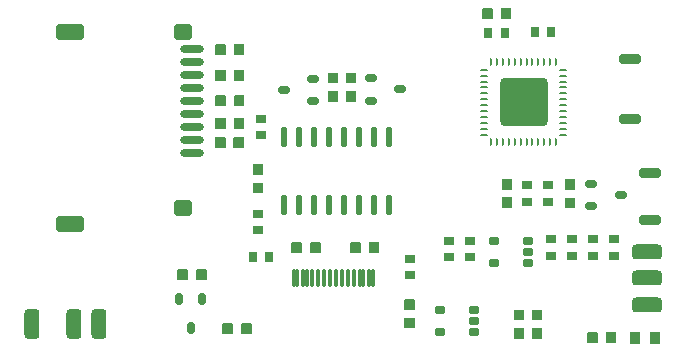
<source format=gtp>
G04*
G04 #@! TF.GenerationSoftware,Altium Limited,Altium Designer,21.9.2 (33)*
G04*
G04 Layer_Color=8421504*
%FSLAX25Y25*%
%MOIN*%
G70*
G04*
G04 #@! TF.SameCoordinates,F625CF21-14F9-4619-B10E-FD0BC141F2AC*
G04*
G04*
G04 #@! TF.FilePolarity,Positive*
G04*
G01*
G75*
G04:AMPARAMS|DCode=18|XSize=100mil|YSize=50mil|CornerRadius=12.5mil|HoleSize=0mil|Usage=FLASHONLY|Rotation=90.000|XOffset=0mil|YOffset=0mil|HoleType=Round|Shape=RoundedRectangle|*
%AMROUNDEDRECTD18*
21,1,0.10000,0.02500,0,0,90.0*
21,1,0.07500,0.05000,0,0,90.0*
1,1,0.02500,0.01250,0.03750*
1,1,0.02500,0.01250,-0.03750*
1,1,0.02500,-0.01250,-0.03750*
1,1,0.02500,-0.01250,0.03750*
%
%ADD18ROUNDEDRECTD18*%
%ADD19O,0.02205X0.06870*%
%ADD20R,0.03402X0.03175*%
G04:AMPARAMS|DCode=21|XSize=26.57mil|YSize=9.84mil|CornerRadius=2.46mil|HoleSize=0mil|Usage=FLASHONLY|Rotation=0.000|XOffset=0mil|YOffset=0mil|HoleType=Round|Shape=RoundedRectangle|*
%AMROUNDEDRECTD21*
21,1,0.02657,0.00492,0,0,0.0*
21,1,0.02165,0.00984,0,0,0.0*
1,1,0.00492,0.01083,-0.00246*
1,1,0.00492,-0.01083,-0.00246*
1,1,0.00492,-0.01083,0.00246*
1,1,0.00492,0.01083,0.00246*
%
%ADD21ROUNDEDRECTD21*%
G04:AMPARAMS|DCode=22|XSize=26.57mil|YSize=9.84mil|CornerRadius=2.46mil|HoleSize=0mil|Usage=FLASHONLY|Rotation=270.000|XOffset=0mil|YOffset=0mil|HoleType=Round|Shape=RoundedRectangle|*
%AMROUNDEDRECTD22*
21,1,0.02657,0.00492,0,0,270.0*
21,1,0.02165,0.00984,0,0,270.0*
1,1,0.00492,-0.00246,-0.01083*
1,1,0.00492,-0.00246,0.01083*
1,1,0.00492,0.00246,0.01083*
1,1,0.00492,0.00246,-0.01083*
%
%ADD22ROUNDEDRECTD22*%
G04:AMPARAMS|DCode=23|XSize=160mil|YSize=160mil|CornerRadius=16mil|HoleSize=0mil|Usage=FLASHONLY|Rotation=270.000|XOffset=0mil|YOffset=0mil|HoleType=Round|Shape=RoundedRectangle|*
%AMROUNDEDRECTD23*
21,1,0.16000,0.12800,0,0,270.0*
21,1,0.12800,0.16000,0,0,270.0*
1,1,0.03200,-0.06400,-0.06400*
1,1,0.03200,-0.06400,0.06400*
1,1,0.03200,0.06400,0.06400*
1,1,0.03200,0.06400,-0.06400*
%
%ADD23ROUNDEDRECTD23*%
G04:AMPARAMS|DCode=24|XSize=23.62mil|YSize=35mil|CornerRadius=5.91mil|HoleSize=0mil|Usage=FLASHONLY|Rotation=270.000|XOffset=0mil|YOffset=0mil|HoleType=Round|Shape=RoundedRectangle|*
%AMROUNDEDRECTD24*
21,1,0.02362,0.02319,0,0,270.0*
21,1,0.01181,0.03500,0,0,270.0*
1,1,0.01181,-0.01159,-0.00591*
1,1,0.01181,-0.01159,0.00591*
1,1,0.01181,0.01159,0.00591*
1,1,0.01181,0.01159,-0.00591*
%
%ADD24ROUNDEDRECTD24*%
%ADD25R,0.03175X0.03402*%
G04:AMPARAMS|DCode=26|XSize=23.62mil|YSize=39.37mil|CornerRadius=5.91mil|HoleSize=0mil|Usage=FLASHONLY|Rotation=0.000|XOffset=0mil|YOffset=0mil|HoleType=Round|Shape=RoundedRectangle|*
%AMROUNDEDRECTD26*
21,1,0.02362,0.02756,0,0,0.0*
21,1,0.01181,0.03937,0,0,0.0*
1,1,0.01181,0.00591,-0.01378*
1,1,0.01181,-0.00591,-0.01378*
1,1,0.01181,-0.00591,0.01378*
1,1,0.01181,0.00591,0.01378*
%
%ADD26ROUNDEDRECTD26*%
%ADD27R,0.03150X0.03543*%
G04:AMPARAMS|DCode=28|XSize=23.62mil|YSize=39.37mil|CornerRadius=5.91mil|HoleSize=0mil|Usage=FLASHONLY|Rotation=90.000|XOffset=0mil|YOffset=0mil|HoleType=Round|Shape=RoundedRectangle|*
%AMROUNDEDRECTD28*
21,1,0.02362,0.02756,0,0,90.0*
21,1,0.01181,0.03937,0,0,90.0*
1,1,0.01181,0.01378,0.00591*
1,1,0.01181,0.01378,-0.00591*
1,1,0.01181,-0.01378,-0.00591*
1,1,0.01181,-0.01378,0.00591*
%
%ADD28ROUNDEDRECTD28*%
%ADD29R,0.03543X0.03150*%
G04:AMPARAMS|DCode=30|XSize=100mil|YSize=50mil|CornerRadius=12.5mil|HoleSize=0mil|Usage=FLASHONLY|Rotation=0.000|XOffset=0mil|YOffset=0mil|HoleType=Round|Shape=RoundedRectangle|*
%AMROUNDEDRECTD30*
21,1,0.10000,0.02500,0,0,0.0*
21,1,0.07500,0.05000,0,0,0.0*
1,1,0.02500,0.03750,-0.01250*
1,1,0.02500,-0.03750,-0.01250*
1,1,0.02500,-0.03750,0.01250*
1,1,0.02500,0.03750,0.01250*
%
%ADD30ROUNDEDRECTD30*%
%ADD31R,0.03543X0.03937*%
G04:AMPARAMS|DCode=32|XSize=59.06mil|YSize=11.81mil|CornerRadius=2.95mil|HoleSize=0mil|Usage=FLASHONLY|Rotation=90.000|XOffset=0mil|YOffset=0mil|HoleType=Round|Shape=RoundedRectangle|*
%AMROUNDEDRECTD32*
21,1,0.05906,0.00591,0,0,90.0*
21,1,0.05315,0.01181,0,0,90.0*
1,1,0.00591,0.00295,0.02657*
1,1,0.00591,0.00295,-0.02657*
1,1,0.00591,-0.00295,-0.02657*
1,1,0.00591,-0.00295,0.02657*
%
%ADD32ROUNDEDRECTD32*%
G04:AMPARAMS|DCode=33|XSize=55.12mil|YSize=94.49mil|CornerRadius=13.78mil|HoleSize=0mil|Usage=FLASHONLY|Rotation=90.000|XOffset=0mil|YOffset=0mil|HoleType=Round|Shape=RoundedRectangle|*
%AMROUNDEDRECTD33*
21,1,0.05512,0.06693,0,0,90.0*
21,1,0.02756,0.09449,0,0,90.0*
1,1,0.02756,0.03347,0.01378*
1,1,0.02756,0.03347,-0.01378*
1,1,0.02756,-0.03347,-0.01378*
1,1,0.02756,-0.03347,0.01378*
%
%ADD33ROUNDEDRECTD33*%
G04:AMPARAMS|DCode=34|XSize=55.12mil|YSize=62.99mil|CornerRadius=13.78mil|HoleSize=0mil|Usage=FLASHONLY|Rotation=90.000|XOffset=0mil|YOffset=0mil|HoleType=Round|Shape=RoundedRectangle|*
%AMROUNDEDRECTD34*
21,1,0.05512,0.03543,0,0,90.0*
21,1,0.02756,0.06299,0,0,90.0*
1,1,0.02756,0.01772,0.01378*
1,1,0.02756,0.01772,-0.01378*
1,1,0.02756,-0.01772,-0.01378*
1,1,0.02756,-0.01772,0.01378*
%
%ADD34ROUNDEDRECTD34*%
%ADD35O,0.07874X0.02756*%
G04:AMPARAMS|DCode=36|XSize=31.5mil|YSize=70.87mil|CornerRadius=7.87mil|HoleSize=0mil|Usage=FLASHONLY|Rotation=270.000|XOffset=0mil|YOffset=0mil|HoleType=Round|Shape=RoundedRectangle|*
%AMROUNDEDRECTD36*
21,1,0.03150,0.05512,0,0,270.0*
21,1,0.01575,0.07087,0,0,270.0*
1,1,0.01575,-0.02756,-0.00787*
1,1,0.01575,-0.02756,0.00787*
1,1,0.01575,0.02756,0.00787*
1,1,0.01575,0.02756,-0.00787*
%
%ADD36ROUNDEDRECTD36*%
G04:AMPARAMS|DCode=37|XSize=70.87mil|YSize=31.5mil|CornerRadius=7.87mil|HoleSize=0mil|Usage=FLASHONLY|Rotation=180.000|XOffset=0mil|YOffset=0mil|HoleType=Round|Shape=RoundedRectangle|*
%AMROUNDEDRECTD37*
21,1,0.07087,0.01575,0,0,180.0*
21,1,0.05512,0.03150,0,0,180.0*
1,1,0.01575,-0.02756,0.00787*
1,1,0.01575,0.02756,0.00787*
1,1,0.01575,0.02756,-0.00787*
1,1,0.01575,-0.02756,-0.00787*
%
%ADD37ROUNDEDRECTD37*%
G36*
X76902Y-7425D02*
Y-10575D01*
X76705Y-10772D01*
X73555D01*
X73358Y-10575D01*
Y-9622D01*
X74815D01*
Y-8323D01*
X73358D01*
Y-7425D01*
X73555Y-7228D01*
X76705D01*
X76902Y-7425D01*
D02*
G37*
G36*
X70602D02*
Y-8323D01*
X69106D01*
Y-9622D01*
X70602D01*
Y-10575D01*
X70406Y-10772D01*
X67295D01*
X67098Y-10575D01*
Y-7425D01*
X67295Y-7228D01*
X70406D01*
X70602Y-7425D01*
D02*
G37*
G36*
X-12099Y-19425D02*
Y-22575D01*
X-12295Y-22772D01*
X-15406D01*
X-15602Y-22575D01*
Y-21677D01*
X-14106D01*
Y-20378D01*
X-15602D01*
Y-19425D01*
X-15406Y-19228D01*
X-12295D01*
X-12099Y-19425D01*
D02*
G37*
G36*
X-18358D02*
Y-20378D01*
X-19815D01*
Y-21677D01*
X-18358D01*
Y-22575D01*
X-18555Y-22772D01*
X-21705D01*
X-21902Y-22575D01*
Y-19425D01*
X-21705Y-19228D01*
X-18555D01*
X-18358Y-19425D01*
D02*
G37*
G36*
X-12064Y-27925D02*
Y-31075D01*
X-12261Y-31272D01*
X-15371D01*
X-15568Y-31075D01*
Y-30177D01*
X-14072D01*
Y-28878D01*
X-15568D01*
Y-27925D01*
X-15371Y-27728D01*
X-12261D01*
X-12064Y-27925D01*
D02*
G37*
G36*
X-18324D02*
Y-28878D01*
X-19781D01*
Y-30177D01*
X-18324D01*
Y-31075D01*
X-18521Y-31272D01*
X-21670D01*
X-21867Y-31075D01*
Y-27925D01*
X-21670Y-27728D01*
X-18521D01*
X-18324Y-27925D01*
D02*
G37*
G36*
X19272Y-28795D02*
Y-31906D01*
X19075Y-32102D01*
X18177D01*
Y-30606D01*
X16878D01*
Y-32102D01*
X15925D01*
X15728Y-31906D01*
Y-28795D01*
X15925Y-28598D01*
X19075D01*
X19272Y-28795D01*
D02*
G37*
G36*
X25272Y-28795D02*
Y-31945D01*
X25075Y-32142D01*
X24122D01*
Y-30685D01*
X22823D01*
Y-32142D01*
X21925D01*
X21728Y-31945D01*
Y-28795D01*
X21925Y-28598D01*
X25075D01*
X25272Y-28795D01*
D02*
G37*
G36*
X19272Y-35055D02*
Y-38205D01*
X19075Y-38402D01*
X15925D01*
X15728Y-38205D01*
Y-35055D01*
X15925Y-34858D01*
X16878D01*
Y-36315D01*
X18177D01*
Y-34858D01*
X19075D01*
X19272Y-35055D01*
D02*
G37*
G36*
X25272Y-35094D02*
Y-38205D01*
X25075Y-38401D01*
X21925D01*
X21728Y-38205D01*
Y-35094D01*
X21925Y-34898D01*
X22823D01*
Y-36394D01*
X24122D01*
Y-34898D01*
X25075D01*
X25272Y-35094D01*
D02*
G37*
G36*
X-12064Y-36425D02*
Y-39575D01*
X-12261Y-39772D01*
X-15371D01*
X-15568Y-39575D01*
Y-38677D01*
X-14072D01*
Y-37378D01*
X-15568D01*
Y-36425D01*
X-15371Y-36228D01*
X-12261D01*
X-12064Y-36425D01*
D02*
G37*
G36*
X-18324D02*
Y-37378D01*
X-19781D01*
Y-38677D01*
X-18324D01*
Y-39575D01*
X-18521Y-39772D01*
X-21670D01*
X-21867Y-39575D01*
Y-36425D01*
X-21670Y-36228D01*
X-18521D01*
X-18324Y-36425D01*
D02*
G37*
G36*
X-12099Y-43925D02*
Y-47075D01*
X-12295Y-47272D01*
X-15406D01*
X-15602Y-47075D01*
Y-46177D01*
X-14106D01*
Y-44878D01*
X-15602D01*
Y-43925D01*
X-15406Y-43728D01*
X-12295D01*
X-12099Y-43925D01*
D02*
G37*
G36*
X-18358D02*
Y-44878D01*
X-19815D01*
Y-46177D01*
X-18358D01*
Y-47075D01*
X-18555Y-47272D01*
X-21705D01*
X-21902Y-47075D01*
Y-43925D01*
X-21705Y-43728D01*
X-18555D01*
X-18358Y-43925D01*
D02*
G37*
G36*
X-12133Y-50425D02*
Y-53575D01*
X-12330Y-53772D01*
X-15440D01*
X-15637Y-53575D01*
Y-52677D01*
X-14141D01*
Y-51378D01*
X-15637D01*
Y-50425D01*
X-15440Y-50228D01*
X-12330D01*
X-12133Y-50425D01*
D02*
G37*
G36*
X-18393D02*
Y-51378D01*
X-19850D01*
Y-52677D01*
X-18393D01*
Y-53575D01*
X-18590Y-53772D01*
X-21739D01*
X-21936Y-53575D01*
Y-50425D01*
X-21739Y-50228D01*
X-18590D01*
X-18393Y-50425D01*
D02*
G37*
G36*
X-5728Y-59295D02*
Y-62406D01*
X-5925Y-62602D01*
X-6823D01*
Y-61106D01*
X-8122D01*
Y-62602D01*
X-9075D01*
X-9272Y-62406D01*
Y-59295D01*
X-9075Y-59099D01*
X-5925D01*
X-5728Y-59295D01*
D02*
G37*
G36*
Y-65555D02*
Y-68705D01*
X-5925Y-68902D01*
X-9075D01*
X-9272Y-68705D01*
Y-65555D01*
X-9075Y-65358D01*
X-8122D01*
Y-66815D01*
X-6823D01*
Y-65358D01*
X-5925D01*
X-5728Y-65555D01*
D02*
G37*
G36*
X77272Y-64261D02*
Y-67410D01*
X77075Y-67607D01*
X76122D01*
Y-66150D01*
X74823D01*
Y-67607D01*
X73925D01*
X73728Y-67410D01*
Y-64261D01*
X73925Y-64064D01*
X77075D01*
X77272Y-64261D01*
D02*
G37*
G36*
X98272Y-64295D02*
Y-67445D01*
X98075Y-67642D01*
X97122D01*
Y-66185D01*
X95823D01*
Y-67642D01*
X94925D01*
X94728Y-67445D01*
Y-64295D01*
X94925Y-64098D01*
X98075D01*
X98272Y-64295D01*
D02*
G37*
G36*
X77272Y-70560D02*
Y-73670D01*
X77075Y-73867D01*
X73925D01*
X73728Y-73670D01*
Y-70560D01*
X73925Y-70363D01*
X74823D01*
Y-71859D01*
X76122D01*
Y-70363D01*
X77075D01*
X77272Y-70560D01*
D02*
G37*
G36*
X98272Y-70594D02*
Y-73705D01*
X98075Y-73901D01*
X94925D01*
X94728Y-73705D01*
Y-70594D01*
X94925Y-70398D01*
X95823D01*
Y-71894D01*
X97122D01*
Y-70398D01*
X98075D01*
X98272Y-70594D01*
D02*
G37*
G36*
X13401Y-85425D02*
Y-88575D01*
X13205Y-88772D01*
X10094D01*
X9898Y-88575D01*
Y-87677D01*
X11394D01*
Y-86378D01*
X9898D01*
Y-85425D01*
X10094Y-85228D01*
X13205D01*
X13401Y-85425D01*
D02*
G37*
G36*
X7142D02*
Y-86378D01*
X5685D01*
Y-87677D01*
X7142D01*
Y-88575D01*
X6945Y-88772D01*
X3795D01*
X3598Y-88575D01*
Y-85425D01*
X3795Y-85228D01*
X6945D01*
X7142Y-85425D01*
D02*
G37*
G36*
X32902Y-85425D02*
Y-88575D01*
X32705Y-88772D01*
X29555D01*
X29358Y-88575D01*
Y-87622D01*
X30815D01*
Y-86323D01*
X29358D01*
Y-85425D01*
X29555Y-85228D01*
X32705D01*
X32902Y-85425D01*
D02*
G37*
G36*
X26602D02*
Y-86323D01*
X25106D01*
Y-87622D01*
X26602D01*
Y-88575D01*
X26406Y-88772D01*
X23295D01*
X23099Y-88575D01*
Y-85425D01*
X23295Y-85228D01*
X26406D01*
X26602Y-85425D01*
D02*
G37*
G36*
X-24598Y-94425D02*
Y-97575D01*
X-24795Y-97772D01*
X-27945D01*
X-28142Y-97575D01*
Y-96622D01*
X-26685D01*
Y-95323D01*
X-28142D01*
Y-94425D01*
X-27945Y-94228D01*
X-24795D01*
X-24598Y-94425D01*
D02*
G37*
G36*
X-30898D02*
Y-95323D01*
X-32394D01*
Y-96622D01*
X-30898D01*
Y-97575D01*
X-31094Y-97772D01*
X-34205D01*
X-34402Y-97575D01*
Y-94425D01*
X-34205Y-94228D01*
X-31094D01*
X-30898Y-94425D01*
D02*
G37*
G36*
X44772Y-104295D02*
Y-107406D01*
X44575Y-107602D01*
X43677D01*
Y-106106D01*
X42378D01*
Y-107602D01*
X41425D01*
X41228Y-107406D01*
Y-104295D01*
X41425Y-104098D01*
X44575D01*
X44772Y-104295D01*
D02*
G37*
G36*
X87272Y-107795D02*
Y-110906D01*
X87075Y-111102D01*
X86177D01*
Y-109606D01*
X84878D01*
Y-111102D01*
X83925D01*
X83728Y-110906D01*
Y-107795D01*
X83925Y-107598D01*
X87075D01*
X87272Y-107795D01*
D02*
G37*
G36*
X81272Y-107795D02*
Y-110945D01*
X81075Y-111142D01*
X80122D01*
Y-109685D01*
X78823D01*
Y-111142D01*
X77925D01*
X77728Y-110945D01*
Y-107795D01*
X77925Y-107598D01*
X81075D01*
X81272Y-107795D01*
D02*
G37*
G36*
X44772Y-110555D02*
Y-113705D01*
X44575Y-113902D01*
X41425D01*
X41228Y-113705D01*
Y-110555D01*
X41425Y-110358D01*
X42378D01*
Y-111815D01*
X43677D01*
Y-110358D01*
X44575D01*
X44772Y-110555D01*
D02*
G37*
G36*
X87272Y-114055D02*
Y-117205D01*
X87075Y-117402D01*
X83925D01*
X83728Y-117205D01*
Y-114055D01*
X83925Y-113858D01*
X84878D01*
Y-115315D01*
X86177D01*
Y-113858D01*
X87075D01*
X87272Y-114055D01*
D02*
G37*
G36*
X81272Y-114094D02*
Y-117205D01*
X81075Y-117402D01*
X77925D01*
X77728Y-117205D01*
Y-114094D01*
X77925Y-113898D01*
X78823D01*
Y-115394D01*
X80122D01*
Y-113898D01*
X81075D01*
X81272Y-114094D01*
D02*
G37*
G36*
X-9633Y-112425D02*
Y-115575D01*
X-9830Y-115772D01*
X-12979D01*
X-13176Y-115575D01*
Y-114622D01*
X-11720D01*
Y-113323D01*
X-13176D01*
Y-112425D01*
X-12979Y-112228D01*
X-9830D01*
X-9633Y-112425D01*
D02*
G37*
G36*
X-15932D02*
Y-113323D01*
X-17428D01*
Y-114622D01*
X-15932D01*
Y-115575D01*
X-16129Y-115772D01*
X-19239D01*
X-19436Y-115575D01*
Y-112425D01*
X-19239Y-112228D01*
X-16129D01*
X-15932Y-112425D01*
D02*
G37*
G36*
X111902Y-115425D02*
Y-118575D01*
X111705Y-118772D01*
X108555D01*
X108358Y-118575D01*
Y-117622D01*
X109815D01*
Y-116323D01*
X108358D01*
Y-115425D01*
X108555Y-115228D01*
X111705D01*
X111902Y-115425D01*
D02*
G37*
G36*
X105602D02*
Y-116323D01*
X104106D01*
Y-117622D01*
X105602D01*
Y-118575D01*
X105406Y-118772D01*
X102295D01*
X102099Y-118575D01*
Y-115425D01*
X102295Y-115228D01*
X105406D01*
X105602Y-115425D01*
D02*
G37*
D18*
X-60500Y-112500D02*
D03*
X-69000D02*
D03*
X-83000D02*
D03*
D19*
X1000Y-72809D02*
D03*
X6000D02*
D03*
X11000D02*
D03*
X16000D02*
D03*
X21000D02*
D03*
X26000D02*
D03*
X31000D02*
D03*
X36000D02*
D03*
X1000Y-50191D02*
D03*
X6000D02*
D03*
X11000D02*
D03*
X16000D02*
D03*
X21000D02*
D03*
X26000D02*
D03*
X31000D02*
D03*
X36000D02*
D03*
D20*
X-7500Y-61035D02*
D03*
Y-66966D02*
D03*
X23500Y-36465D02*
D03*
Y-30534D02*
D03*
X17500D02*
D03*
Y-36465D02*
D03*
X75500Y-71931D02*
D03*
Y-66000D02*
D03*
X43000Y-106035D02*
D03*
Y-111966D02*
D03*
X96500Y-71965D02*
D03*
Y-66035D02*
D03*
X79500Y-115465D02*
D03*
Y-109535D02*
D03*
X85500D02*
D03*
Y-115465D02*
D03*
D21*
X94238Y-27673D02*
D03*
Y-29642D02*
D03*
Y-31610D02*
D03*
Y-33579D02*
D03*
Y-35547D02*
D03*
Y-37516D02*
D03*
Y-39484D02*
D03*
Y-41453D02*
D03*
Y-43421D02*
D03*
Y-45390D02*
D03*
Y-47358D02*
D03*
Y-49327D02*
D03*
X67762D02*
D03*
Y-47358D02*
D03*
Y-45390D02*
D03*
Y-43421D02*
D03*
Y-41453D02*
D03*
Y-39484D02*
D03*
Y-37516D02*
D03*
Y-35547D02*
D03*
Y-33579D02*
D03*
Y-31610D02*
D03*
Y-29642D02*
D03*
Y-27673D02*
D03*
D22*
X91827Y-51738D02*
D03*
X89858D02*
D03*
X87890D02*
D03*
X85921D02*
D03*
X83953D02*
D03*
X81984D02*
D03*
X80016D02*
D03*
X78047D02*
D03*
X76079D02*
D03*
X74110D02*
D03*
X72142D02*
D03*
X70173D02*
D03*
Y-25262D02*
D03*
X72142D02*
D03*
X74110D02*
D03*
X76079D02*
D03*
X78047D02*
D03*
X80016D02*
D03*
X81984D02*
D03*
X83953D02*
D03*
X85921D02*
D03*
X87890D02*
D03*
X89858D02*
D03*
X91827D02*
D03*
D23*
X81000Y-38500D02*
D03*
D24*
X71005Y-84760D02*
D03*
Y-92240D02*
D03*
X82406D02*
D03*
Y-88500D02*
D03*
Y-84760D02*
D03*
X53005Y-107760D02*
D03*
Y-115240D02*
D03*
X64406D02*
D03*
Y-111500D02*
D03*
Y-107760D02*
D03*
D25*
X-32465Y-96000D02*
D03*
X-26535D02*
D03*
X-14069Y-52000D02*
D03*
X-20000D02*
D03*
X-14000Y-29500D02*
D03*
X-19931D02*
D03*
X-14035Y-45500D02*
D03*
X-19965D02*
D03*
X69034Y-9000D02*
D03*
X74966D02*
D03*
X104034Y-117000D02*
D03*
X109966D02*
D03*
X-14035Y-21000D02*
D03*
X-19965D02*
D03*
X25034Y-87000D02*
D03*
X30966D02*
D03*
X11466D02*
D03*
X5534D02*
D03*
X-14000Y-38000D02*
D03*
X-19931D02*
D03*
X-17500Y-114000D02*
D03*
X-11569D02*
D03*
D26*
X-26260Y-104095D02*
D03*
X-33740D02*
D03*
X-30000Y-113906D02*
D03*
D27*
X84745Y-15000D02*
D03*
X90255D02*
D03*
X69244Y-15500D02*
D03*
X74756D02*
D03*
X-3745Y-90000D02*
D03*
X-9256D02*
D03*
D28*
X103595Y-65760D02*
D03*
Y-73240D02*
D03*
X113406Y-69500D02*
D03*
X1094Y-34500D02*
D03*
X10905Y-30760D02*
D03*
Y-38240D02*
D03*
X39811Y-34260D02*
D03*
X30000Y-38000D02*
D03*
Y-30520D02*
D03*
D29*
X89000Y-66245D02*
D03*
Y-71755D02*
D03*
X82000Y-66245D02*
D03*
Y-71755D02*
D03*
X-7500Y-75744D02*
D03*
Y-81256D02*
D03*
X63000Y-90255D02*
D03*
Y-84745D02*
D03*
X97000Y-84245D02*
D03*
Y-89755D02*
D03*
X90000Y-84245D02*
D03*
Y-89755D02*
D03*
X43000Y-90745D02*
D03*
Y-96255D02*
D03*
X104000Y-89755D02*
D03*
Y-84245D02*
D03*
X-6500Y-49500D02*
D03*
Y-43989D02*
D03*
X111000Y-84245D02*
D03*
Y-89755D02*
D03*
X56000Y-90255D02*
D03*
Y-84745D02*
D03*
D30*
X121994Y-88279D02*
D03*
X122000Y-106000D02*
D03*
Y-97000D02*
D03*
D31*
X118153Y-117000D02*
D03*
X124846D02*
D03*
D32*
X30689Y-97079D02*
D03*
X29508D02*
D03*
X27539D02*
D03*
X26358D02*
D03*
X24390D02*
D03*
X22421D02*
D03*
X20453D02*
D03*
X18484D02*
D03*
X16516D02*
D03*
X14547D02*
D03*
X12579D02*
D03*
X10610D02*
D03*
X8642D02*
D03*
X7461D02*
D03*
X5492D02*
D03*
X4311D02*
D03*
D33*
X-70264Y-14961D02*
D03*
Y-79181D02*
D03*
D34*
X-32469Y-14961D02*
D03*
Y-73638D02*
D03*
D35*
X-29500Y-20685D02*
D03*
Y-25016D02*
D03*
Y-29346D02*
D03*
Y-33677D02*
D03*
Y-38008D02*
D03*
Y-42339D02*
D03*
Y-46669D02*
D03*
Y-51000D02*
D03*
Y-55331D02*
D03*
D36*
X116500Y-24000D02*
D03*
Y-44091D02*
D03*
D37*
X123000Y-62126D02*
D03*
Y-77874D02*
D03*
M02*

</source>
